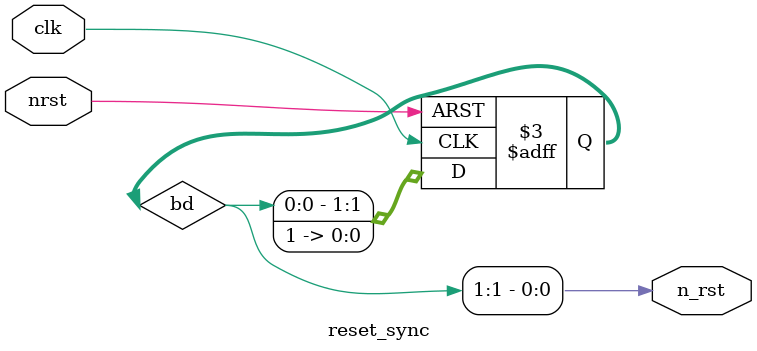
<source format=sv>
`default_nettype none
module reset_sync(input wire clk,
		  input wire nrst,
		  output logic n_rst);
   logic [1:0] bd;

   assign n_rst = bd[1];
   
   always @ (posedge clk or negedge nrst)
     if (!nrst) bd <= 0;
     else
       begin
	  bd[0] <= 1;
	  bd[1] <= bd[0];
	  // bd <= {bd[0],1'b1};
       end
endmodule

</source>
